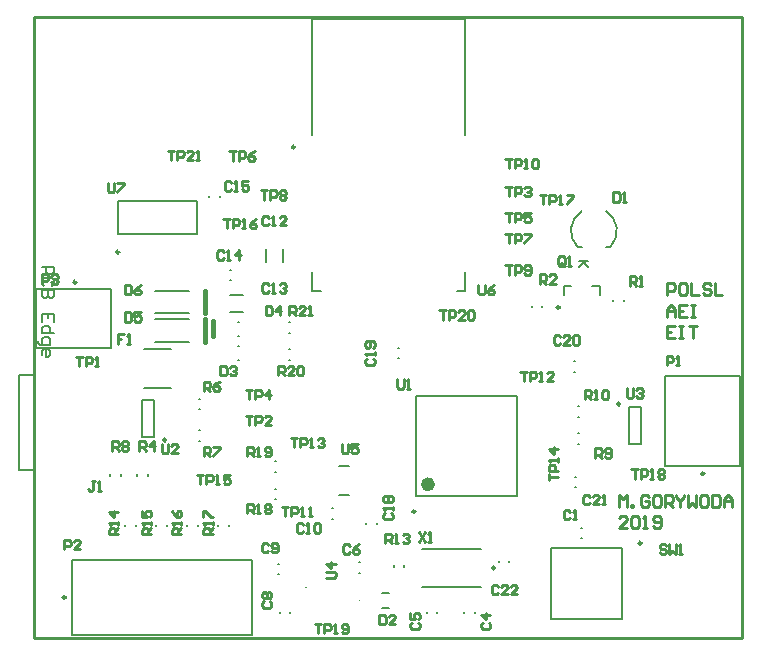
<source format=gto>
G04*
G04 #@! TF.GenerationSoftware,Altium Limited,Altium Designer,19.0.14 (431)*
G04*
G04 Layer_Color=65535*
%FSLAX43Y43*%
%MOMM*%
G71*
G01*
G75*
%ADD10C,0.250*%
%ADD11C,0.100*%
%ADD12C,0.125*%
%ADD13C,0.200*%
%ADD14C,0.600*%
%ADD15C,0.400*%
%ADD16C,0.254*%
%ADD17C,0.152*%
D10*
X22055Y41554D02*
G03*
X22055Y41554I-125J0D01*
G01*
X39001Y5931D02*
G03*
X39001Y5931I-125J0D01*
G01*
X51420Y8020D02*
G03*
X51420Y8020I-125J0D01*
G01*
X49593Y19806D02*
G03*
X49593Y19806I-125J0D01*
G01*
X44480Y27983D02*
G03*
X44480Y27983I-125J0D01*
G01*
X32251Y10706D02*
G03*
X32251Y10706I-125J0D01*
G01*
X7189Y32660D02*
G03*
X7189Y32660I-125J0D01*
G01*
X3554Y30116D02*
G03*
X3554Y30116I-125J0D01*
G01*
X11152Y16757D02*
G03*
X11152Y16757I-125J0D01*
G01*
X56715Y13903D02*
G03*
X56715Y13903I-125J0D01*
G01*
X2650Y3429D02*
G03*
X2650Y3429I-125J0D01*
G01*
D11*
X24596Y12360D02*
G03*
X24596Y12360I-50J0D01*
G01*
X27568Y3175D02*
G03*
X27568Y3175I-50J0D01*
G01*
X15272Y24130D02*
G03*
X15272Y24130I-50J0D01*
G01*
X-53Y12229D02*
Y24229D01*
D12*
X23037Y4298D02*
G03*
X23037Y4298I-62J0D01*
G01*
D13*
X48814Y33163D02*
G03*
X48393Y36135I-1443J1312D01*
G01*
X46349D02*
G03*
X45992Y33096I1022J-1661D01*
G01*
X-1273Y14204D02*
X47D01*
X-1273Y22254D02*
X47D01*
X-1273Y14204D02*
Y22254D01*
X23500Y29394D02*
Y30994D01*
X35770Y29394D02*
X36500D01*
Y30994D01*
X23500Y29394D02*
X24230D01*
X23500Y42594D02*
Y52394D01*
X36500D01*
Y42594D02*
Y52394D01*
X25833Y14585D02*
X26609D01*
X25833Y12085D02*
X26609D01*
X25223Y10091D02*
X25323D01*
X25223Y10991D02*
X25323D01*
X29019Y9602D02*
Y9702D01*
X28119Y9602D02*
Y9702D01*
X32826Y7531D02*
X37826D01*
X32826Y4331D02*
X37826D01*
X30411Y6035D02*
Y6135D01*
X31311Y6035D02*
Y6135D01*
X27509Y6419D02*
X27609D01*
X27509Y5519D02*
X27609D01*
X20651Y6292D02*
X20751D01*
X20651Y5392D02*
X20751D01*
X20759Y2109D02*
Y2209D01*
X21659Y2109D02*
Y2209D01*
X29418Y3800D02*
X30018D01*
X29418Y2550D02*
X30018D01*
X34125Y2109D02*
Y2209D01*
X33225Y2109D02*
Y2209D01*
X37300Y2109D02*
Y2209D01*
X36400Y2109D02*
Y2209D01*
X40201Y6427D02*
Y6527D01*
X39301Y6427D02*
Y6527D01*
X43736Y1572D02*
X49736D01*
X43736D02*
Y7572D01*
X49736D01*
Y1572D02*
Y7572D01*
X46305Y8440D02*
X46405D01*
X46305Y9340D02*
X46405D01*
X45797Y13658D02*
X45897D01*
X45797Y12758D02*
X45897D01*
X46051Y17341D02*
X46151D01*
X46051Y16441D02*
X46151D01*
X46051Y19627D02*
X46151D01*
X46051Y18727D02*
X46151D01*
X51343Y16456D02*
Y19556D01*
X50343Y16456D02*
Y19556D01*
Y16456D02*
X51343D01*
X50343Y19556D02*
X51343D01*
X47255Y29833D02*
X47905D01*
Y29070D02*
Y29833D01*
X44805D02*
X45455D01*
X44805Y29070D02*
Y29833D01*
X49918Y28525D02*
Y28625D01*
X49018Y28525D02*
Y28625D01*
X48387Y33078D02*
X48729D01*
X45992D02*
X46355D01*
X48729D02*
X48814Y33163D01*
X42995Y28017D02*
Y28117D01*
X42095Y28017D02*
Y28117D01*
X9264Y24433D02*
X11564D01*
X9264Y21193D02*
X11564D01*
X40826Y12006D02*
Y20506D01*
X32326Y12006D02*
Y20506D01*
X40826D01*
X32326Y12006D02*
X40826D01*
X30811Y23680D02*
X30911D01*
X30811Y24580D02*
X30911D01*
X17221Y26787D02*
X17323D01*
X17221Y25537D02*
X17323D01*
X17221Y24755D02*
X17323D01*
X17221Y23505D02*
X17323D01*
X21540Y24453D02*
X21640D01*
X21540Y23553D02*
X21640D01*
X21551Y26739D02*
X21651D01*
X21551Y25839D02*
X21651D01*
X16595Y29071D02*
X17695D01*
X16595Y27571D02*
X17695D01*
X16587Y31184D02*
X16687D01*
X16587Y30284D02*
X16687D01*
X21070Y31835D02*
Y32935D01*
X19570Y31835D02*
Y32935D01*
X15690Y37288D02*
Y37388D01*
X14790Y37288D02*
Y37388D01*
X13764Y34160D02*
Y36960D01*
X7064Y34160D02*
Y36960D01*
X13764D01*
X7064Y34160D02*
X13764D01*
X6528Y24586D02*
Y29516D01*
X178D02*
X6528D01*
X178Y24586D02*
Y29516D01*
Y24586D02*
X6528D01*
X10234Y29398D02*
X13134D01*
X10234Y27498D02*
X13134D01*
X10234Y26985D02*
X13134D01*
X10234Y25085D02*
X13134D01*
X20397Y14081D02*
X20497D01*
X20397Y14981D02*
X20497D01*
X20397Y11742D02*
X20497D01*
X20397Y12642D02*
X20497D01*
X13920Y19362D02*
X14020D01*
X13920Y20262D02*
X14020D01*
X13920Y16695D02*
X14020D01*
X13920Y17595D02*
X14020D01*
X9152Y17007D02*
Y20107D01*
X10152Y17007D02*
Y20107D01*
X9152D02*
X10152D01*
X9152Y17007D02*
X10152D01*
X16442Y9475D02*
Y9575D01*
X15542Y9475D02*
Y9575D01*
X13818Y9475D02*
Y9575D01*
X12917Y9475D02*
Y9575D01*
X11193Y9475D02*
Y9575D01*
X10293Y9475D02*
Y9575D01*
X8568Y9475D02*
Y9575D01*
X7668Y9475D02*
Y9575D01*
X8694Y13748D02*
Y13848D01*
X9594Y13748D02*
Y13848D01*
X7308Y13748D02*
Y13848D01*
X6408Y13748D02*
Y13848D01*
X45670Y22537D02*
X45770D01*
X45670Y23437D02*
X45770D01*
X53415Y14553D02*
Y22173D01*
Y14553D02*
X59765D01*
Y22173D01*
X53415D02*
X59765D01*
X3175Y6604D02*
X18415D01*
X3175Y254D02*
X18415D01*
X3175D02*
Y6604D01*
X18415Y254D02*
Y6604D01*
X635Y31437D02*
X1635D01*
Y30937D01*
X1468Y30771D01*
X1135D01*
X968Y30937D01*
Y31437D01*
X1468Y29771D02*
X1635Y29938D01*
Y30271D01*
X1468Y30437D01*
X802D01*
X635Y30271D01*
Y29938D01*
X802Y29771D01*
X1635Y29438D02*
X635D01*
Y28938D01*
X802Y28771D01*
X968D01*
X1135Y28938D01*
Y29438D01*
Y28938D01*
X1301Y28771D01*
X1468D01*
X1635Y28938D01*
Y29438D01*
Y26772D02*
Y27438D01*
X635D01*
Y26772D01*
X1135Y27438D02*
Y27105D01*
X1635Y25772D02*
X635D01*
Y26272D01*
X802Y26439D01*
X1135D01*
X1301Y26272D01*
Y25772D01*
X302Y25106D02*
Y24939D01*
X468Y24773D01*
X1301D01*
Y25272D01*
X1135Y25439D01*
X802D01*
X635Y25272D01*
Y24773D01*
Y23940D02*
Y24273D01*
X802Y24439D01*
X1135D01*
X1301Y24273D01*
Y23940D01*
X1135Y23773D01*
X968D01*
Y24439D01*
D14*
X33626Y13006D02*
G03*
X33626Y13006I-300J0D01*
G01*
D15*
X15113Y25527D02*
Y26797D01*
X14434Y27498D02*
Y29398D01*
Y25085D02*
Y26985D01*
D16*
X49530Y11106D02*
Y12105D01*
X49863Y11772D01*
X50196Y12105D01*
Y11106D01*
X50530D02*
Y11272D01*
X50696D01*
Y11106D01*
X50530D01*
X52029Y11939D02*
X51863Y12105D01*
X51529D01*
X51363Y11939D01*
Y11272D01*
X51529Y11106D01*
X51863D01*
X52029Y11272D01*
Y11605D01*
X51696D01*
X52862Y12105D02*
X52529D01*
X52362Y11939D01*
Y11272D01*
X52529Y11106D01*
X52862D01*
X53029Y11272D01*
Y11939D01*
X52862Y12105D01*
X53362Y11106D02*
Y12105D01*
X53862D01*
X54029Y11939D01*
Y11605D01*
X53862Y11439D01*
X53362D01*
X53695D02*
X54029Y11106D01*
X54362Y12105D02*
Y11939D01*
X54695Y11605D01*
X55028Y11939D01*
Y12105D01*
X54695Y11605D02*
Y11106D01*
X55361Y12105D02*
Y11106D01*
X55695Y11439D01*
X56028Y11106D01*
Y12105D01*
X56861D02*
X56528D01*
X56361Y11939D01*
Y11272D01*
X56528Y11106D01*
X56861D01*
X57028Y11272D01*
Y11939D01*
X56861Y12105D01*
X57361D02*
Y11106D01*
X57861D01*
X58027Y11272D01*
Y11939D01*
X57861Y12105D01*
X57361D01*
X58360Y11106D02*
Y11772D01*
X58694Y12105D01*
X59027Y11772D01*
Y11106D01*
Y11605D01*
X58360D01*
X50196Y9296D02*
X49530D01*
X50196Y9963D01*
Y10129D01*
X50030Y10296D01*
X49697D01*
X49530Y10129D01*
X50530D02*
X50696Y10296D01*
X51030D01*
X51196Y10129D01*
Y9463D01*
X51030Y9296D01*
X50696D01*
X50530Y9463D01*
Y10129D01*
X51529Y9296D02*
X51863D01*
X51696D01*
Y10296D01*
X51529Y10129D01*
X52362Y9463D02*
X52529Y9296D01*
X52862D01*
X53029Y9463D01*
Y10129D01*
X52862Y10296D01*
X52529D01*
X52362Y10129D01*
Y9963D01*
X52529Y9796D01*
X53029D01*
X53594Y29018D02*
Y30018D01*
X54094D01*
X54260Y29851D01*
Y29518D01*
X54094Y29352D01*
X53594D01*
X55094Y30018D02*
X54760D01*
X54594Y29851D01*
Y29185D01*
X54760Y29018D01*
X55094D01*
X55260Y29185D01*
Y29851D01*
X55094Y30018D01*
X55593D02*
Y29018D01*
X56260D01*
X57259Y29851D02*
X57093Y30018D01*
X56760D01*
X56593Y29851D01*
Y29685D01*
X56760Y29518D01*
X57093D01*
X57259Y29352D01*
Y29185D01*
X57093Y29018D01*
X56760D01*
X56593Y29185D01*
X57593Y30018D02*
Y29018D01*
X58259D01*
X53594Y27209D02*
Y27876D01*
X53927Y28209D01*
X54260Y27876D01*
Y27209D01*
Y27709D01*
X53594D01*
X55260Y28209D02*
X54594D01*
Y27209D01*
X55260D01*
X54594Y27709D02*
X54927D01*
X55593Y28209D02*
X55927D01*
X55760D01*
Y27209D01*
X55593D01*
X55927D01*
X54260Y26400D02*
X53594D01*
Y25400D01*
X54260D01*
X53594Y25900D02*
X53927D01*
X54594Y26400D02*
X54927D01*
X54760D01*
Y25400D01*
X54594D01*
X54927D01*
X55427Y26400D02*
X56093D01*
X55760D01*
Y25400D01*
X37592Y29883D02*
Y29216D01*
X37725Y29083D01*
X37992D01*
X38125Y29216D01*
Y29883D01*
X38925D02*
X38658Y29749D01*
X38392Y29483D01*
Y29216D01*
X38525Y29083D01*
X38792D01*
X38925Y29216D01*
Y29350D01*
X38792Y29483D01*
X38392D01*
X20955Y11087D02*
X21488D01*
X21222D01*
Y10287D01*
X21755D02*
Y11087D01*
X22155D01*
X22288Y10953D01*
Y10687D01*
X22155Y10554D01*
X21755D01*
X22554Y10287D02*
X22821D01*
X22688D01*
Y11087D01*
X22554Y10953D01*
X23221Y10287D02*
X23488D01*
X23354D01*
Y11087D01*
X23221Y10953D01*
X21717Y16929D02*
X22250D01*
X21984D01*
Y16129D01*
X22517D02*
Y16929D01*
X22917D01*
X23050Y16795D01*
Y16529D01*
X22917Y16396D01*
X22517D01*
X23316Y16129D02*
X23583D01*
X23450D01*
Y16929D01*
X23316Y16795D01*
X23983D02*
X24116Y16929D01*
X24383D01*
X24516Y16795D01*
Y16662D01*
X24383Y16529D01*
X24250D01*
X24383D01*
X24516Y16396D01*
Y16262D01*
X24383Y16129D01*
X24116D01*
X23983Y16262D01*
X26035Y16421D02*
Y15754D01*
X26168Y15621D01*
X26435D01*
X26568Y15754D01*
Y16421D01*
X27368D02*
X26835D01*
Y16021D01*
X27101Y16154D01*
X27235D01*
X27368Y16021D01*
Y15754D01*
X27235Y15621D01*
X26968D01*
X26835Y15754D01*
X22758Y9556D02*
X22625Y9690D01*
X22358D01*
X22225Y9556D01*
Y9023D01*
X22358Y8890D01*
X22625D01*
X22758Y9023D01*
X23025Y8890D02*
X23291D01*
X23158D01*
Y9690D01*
X23025Y9556D01*
X23691D02*
X23824Y9690D01*
X24091D01*
X24224Y9556D01*
Y9023D01*
X24091Y8890D01*
X23824D01*
X23691Y9023D01*
Y9556D01*
X29687Y10566D02*
X29553Y10433D01*
Y10166D01*
X29687Y10033D01*
X30220D01*
X30353Y10166D01*
Y10433D01*
X30220Y10566D01*
X30353Y10833D02*
Y11099D01*
Y10966D01*
X29553D01*
X29687Y10833D01*
Y11499D02*
X29553Y11632D01*
Y11899D01*
X29687Y12032D01*
X29820D01*
X29953Y11899D01*
X30086Y12032D01*
X30220D01*
X30353Y11899D01*
Y11632D01*
X30220Y11499D01*
X30086D01*
X29953Y11632D01*
X29820Y11499D01*
X29687D01*
X29953Y11632D02*
Y11899D01*
X32529Y8928D02*
X33062Y8128D01*
Y8928D02*
X32529Y8128D01*
X33329D02*
X33595D01*
X33462D01*
Y8928D01*
X33329Y8794D01*
X29718Y8020D02*
Y8820D01*
X30118D01*
X30251Y8686D01*
Y8420D01*
X30118Y8287D01*
X29718D01*
X29985D02*
X30251Y8020D01*
X30518D02*
X30784D01*
X30651D01*
Y8820D01*
X30518Y8686D01*
X31184D02*
X31317Y8820D01*
X31584D01*
X31717Y8686D01*
Y8553D01*
X31584Y8420D01*
X31451D01*
X31584D01*
X31717Y8287D01*
Y8153D01*
X31584Y8020D01*
X31317D01*
X31184Y8153D01*
X26695Y7778D02*
X26562Y7912D01*
X26295D01*
X26162Y7778D01*
Y7245D01*
X26295Y7112D01*
X26562D01*
X26695Y7245D01*
X27495Y7912D02*
X27228Y7778D01*
X26962Y7512D01*
Y7245D01*
X27095Y7112D01*
X27362D01*
X27495Y7245D01*
Y7379D01*
X27362Y7512D01*
X26962D01*
X24727Y5080D02*
X25394D01*
X25527Y5213D01*
Y5480D01*
X25394Y5613D01*
X24727D01*
X25527Y6280D02*
X24727D01*
X25127Y5880D01*
Y6413D01*
X19807Y7905D02*
X19674Y8039D01*
X19407D01*
X19274Y7905D01*
Y7372D01*
X19407Y7239D01*
X19674D01*
X19807Y7372D01*
X20074D02*
X20207Y7239D01*
X20474D01*
X20607Y7372D01*
Y7905D01*
X20474Y8039D01*
X20207D01*
X20074Y7905D01*
Y7772D01*
X20207Y7639D01*
X20607D01*
X19400Y3083D02*
X19266Y2950D01*
Y2683D01*
X19400Y2550D01*
X19933D01*
X20066Y2683D01*
Y2950D01*
X19933Y3083D01*
X19400Y3350D02*
X19266Y3483D01*
Y3750D01*
X19400Y3883D01*
X19533D01*
X19666Y3750D01*
X19799Y3883D01*
X19933D01*
X20066Y3750D01*
Y3483D01*
X19933Y3350D01*
X19799D01*
X19666Y3483D01*
X19533Y3350D01*
X19400D01*
X19666Y3483D02*
Y3750D01*
X29210Y1943D02*
Y1143D01*
X29610D01*
X29743Y1276D01*
Y1809D01*
X29610Y1943D01*
X29210D01*
X30543Y1143D02*
X30010D01*
X30543Y1676D01*
Y1809D01*
X30410Y1943D01*
X30143D01*
X30010Y1809D01*
X31973Y1295D02*
X31839Y1162D01*
Y895D01*
X31973Y762D01*
X32506D01*
X32639Y895D01*
Y1162D01*
X32506Y1295D01*
X31839Y2095D02*
Y1562D01*
X32239D01*
X32106Y1828D01*
Y1962D01*
X32239Y2095D01*
X32506D01*
X32639Y1962D01*
Y1695D01*
X32506Y1562D01*
X37942Y1295D02*
X37808Y1162D01*
Y895D01*
X37942Y762D01*
X38475D01*
X38608Y895D01*
Y1162D01*
X38475Y1295D01*
X38608Y1962D02*
X37808D01*
X38208Y1562D01*
Y2095D01*
X39268Y4349D02*
X39135Y4483D01*
X38868D01*
X38735Y4349D01*
Y3816D01*
X38868Y3683D01*
X39135D01*
X39268Y3816D01*
X40068Y3683D02*
X39535D01*
X40068Y4216D01*
Y4349D01*
X39935Y4483D01*
X39668D01*
X39535Y4349D01*
X40868Y3683D02*
X40334D01*
X40868Y4216D01*
Y4349D01*
X40734Y4483D01*
X40468D01*
X40334Y4349D01*
X53492Y7778D02*
X53359Y7912D01*
X53092D01*
X52959Y7778D01*
Y7645D01*
X53092Y7512D01*
X53359D01*
X53492Y7379D01*
Y7245D01*
X53359Y7112D01*
X53092D01*
X52959Y7245D01*
X53759Y7912D02*
Y7112D01*
X54025Y7379D01*
X54292Y7112D01*
Y7912D01*
X54558Y7112D02*
X54825D01*
X54692D01*
Y7912D01*
X54558Y7778D01*
X50546Y14262D02*
X51079D01*
X50813D01*
Y13462D01*
X51346D02*
Y14262D01*
X51746D01*
X51879Y14128D01*
Y13862D01*
X51746Y13729D01*
X51346D01*
X52145Y13462D02*
X52412D01*
X52279D01*
Y14262D01*
X52145Y14128D01*
X52812D02*
X52945Y14262D01*
X53212D01*
X53345Y14128D01*
Y13995D01*
X53212Y13862D01*
X53345Y13729D01*
Y13595D01*
X53212Y13462D01*
X52945D01*
X52812Y13595D01*
Y13729D01*
X52945Y13862D01*
X52812Y13995D01*
Y14128D01*
X52945Y13862D02*
X53212D01*
X45338Y10699D02*
X45205Y10833D01*
X44938D01*
X44805Y10699D01*
Y10166D01*
X44938Y10033D01*
X45205D01*
X45338Y10166D01*
X45605Y10033D02*
X45871D01*
X45738D01*
Y10833D01*
X45605Y10699D01*
X47015Y11969D02*
X46882Y12103D01*
X46615D01*
X46482Y11969D01*
Y11436D01*
X46615Y11303D01*
X46882D01*
X47015Y11436D01*
X47815Y11303D02*
X47282D01*
X47815Y11836D01*
Y11969D01*
X47682Y12103D01*
X47415D01*
X47282Y11969D01*
X48081Y11303D02*
X48348D01*
X48215D01*
Y12103D01*
X48081Y11969D01*
X43555Y13335D02*
Y13868D01*
Y13602D01*
X44355D01*
Y14135D02*
X43555D01*
Y14535D01*
X43689Y14668D01*
X43955D01*
X44088Y14535D01*
Y14135D01*
X44355Y14934D02*
Y15201D01*
Y15068D01*
X43555D01*
X43689Y14934D01*
X44355Y16001D02*
X43555D01*
X43955Y15601D01*
Y16134D01*
X47498Y15240D02*
Y16040D01*
X47898D01*
X48031Y15906D01*
Y15640D01*
X47898Y15507D01*
X47498D01*
X47765D02*
X48031Y15240D01*
X48298Y15373D02*
X48431Y15240D01*
X48698D01*
X48831Y15373D01*
Y15906D01*
X48698Y16040D01*
X48431D01*
X48298Y15906D01*
Y15773D01*
X48431Y15640D01*
X48831D01*
X46609Y20193D02*
Y20993D01*
X47009D01*
X47142Y20859D01*
Y20593D01*
X47009Y20460D01*
X46609D01*
X46876D02*
X47142Y20193D01*
X47409D02*
X47675D01*
X47542D01*
Y20993D01*
X47409Y20859D01*
X48075D02*
X48208Y20993D01*
X48475D01*
X48608Y20859D01*
Y20326D01*
X48475Y20193D01*
X48208D01*
X48075Y20326D01*
Y20859D01*
X41148Y22554D02*
X41681D01*
X41415D01*
Y21754D01*
X41948D02*
Y22554D01*
X42348D01*
X42481Y22421D01*
Y22154D01*
X42348Y22021D01*
X41948D01*
X42747Y21754D02*
X43014D01*
X42881D01*
Y22554D01*
X42747Y22421D01*
X43947Y21754D02*
X43414D01*
X43947Y22287D01*
Y22421D01*
X43814Y22554D01*
X43547D01*
X43414Y22421D01*
X50165Y21120D02*
Y20453D01*
X50298Y20320D01*
X50565D01*
X50698Y20453D01*
Y21120D01*
X50965Y20986D02*
X51098Y21120D01*
X51365D01*
X51498Y20986D01*
Y20853D01*
X51365Y20720D01*
X51231D01*
X51365D01*
X51498Y20587D01*
Y20453D01*
X51365Y20320D01*
X51098D01*
X50965Y20453D01*
X44888Y31629D02*
Y32162D01*
X44755Y32296D01*
X44488D01*
X44355Y32162D01*
Y31629D01*
X44488Y31496D01*
X44755D01*
X44622Y31763D02*
X44888Y31496D01*
X44755D02*
X44888Y31629D01*
X45155Y31496D02*
X45421D01*
X45288D01*
Y32296D01*
X45155Y32162D01*
X50419Y29833D02*
Y30633D01*
X50819D01*
X50952Y30499D01*
Y30233D01*
X50819Y30100D01*
X50419D01*
X50686D02*
X50952Y29833D01*
X51219D02*
X51485D01*
X51352D01*
Y30633D01*
X51219Y30499D01*
X49022Y37711D02*
Y36911D01*
X49422D01*
X49555Y37044D01*
Y37577D01*
X49422Y37711D01*
X49022D01*
X49822Y36911D02*
X50088D01*
X49955D01*
Y37711D01*
X49822Y37577D01*
X42799Y37503D02*
X43332D01*
X43066D01*
Y36703D01*
X43599D02*
Y37503D01*
X43999D01*
X44132Y37369D01*
Y37103D01*
X43999Y36970D01*
X43599D01*
X44398Y36703D02*
X44665D01*
X44532D01*
Y37503D01*
X44398Y37369D01*
X45065Y37503D02*
X45598D01*
Y37369D01*
X45065Y36836D01*
Y36703D01*
X42799Y29972D02*
Y30772D01*
X43199D01*
X43332Y30638D01*
Y30372D01*
X43199Y30239D01*
X42799D01*
X43066D02*
X43332Y29972D01*
X44132D02*
X43599D01*
X44132Y30505D01*
Y30638D01*
X43999Y30772D01*
X43732D01*
X43599Y30638D01*
X39878Y31534D02*
X40411D01*
X40145D01*
Y30734D01*
X40678D02*
Y31534D01*
X41078D01*
X41211Y31400D01*
Y31134D01*
X41078Y31001D01*
X40678D01*
X41477Y30867D02*
X41611Y30734D01*
X41877D01*
X42011Y30867D01*
Y31400D01*
X41877Y31534D01*
X41611D01*
X41477Y31400D01*
Y31267D01*
X41611Y31134D01*
X42011D01*
X39878Y34201D02*
X40411D01*
X40145D01*
Y33401D01*
X40678D02*
Y34201D01*
X41078D01*
X41211Y34067D01*
Y33801D01*
X41078Y33668D01*
X40678D01*
X41477Y34201D02*
X42011D01*
Y34067D01*
X41477Y33534D01*
Y33401D01*
X39878Y35979D02*
X40411D01*
X40145D01*
Y35179D01*
X40678D02*
Y35979D01*
X41078D01*
X41211Y35845D01*
Y35579D01*
X41078Y35446D01*
X40678D01*
X42011Y35979D02*
X41477D01*
Y35579D01*
X41744Y35712D01*
X41877D01*
X42011Y35579D01*
Y35312D01*
X41877Y35179D01*
X41611D01*
X41477Y35312D01*
X39878Y38188D02*
X40411D01*
X40145D01*
Y37388D01*
X40678D02*
Y38188D01*
X41078D01*
X41211Y38054D01*
Y37788D01*
X41078Y37655D01*
X40678D01*
X41477Y38054D02*
X41611Y38188D01*
X41877D01*
X42011Y38054D01*
Y37921D01*
X41877Y37788D01*
X41744D01*
X41877D01*
X42011Y37655D01*
Y37521D01*
X41877Y37388D01*
X41611D01*
X41477Y37521D01*
X39878Y40551D02*
X40411D01*
X40145D01*
Y39751D01*
X40678D02*
Y40551D01*
X41078D01*
X41211Y40417D01*
Y40151D01*
X41078Y40018D01*
X40678D01*
X41477Y39751D02*
X41744D01*
X41611D01*
Y40551D01*
X41477Y40417D01*
X42144D02*
X42277Y40551D01*
X42544D01*
X42677Y40417D01*
Y39884D01*
X42544Y39751D01*
X42277D01*
X42144Y39884D01*
Y40417D01*
X7597Y25692D02*
X7064D01*
Y25292D01*
X7331D01*
X7064D01*
Y24892D01*
X7864D02*
X8130D01*
X7997D01*
Y25692D01*
X7864Y25558D01*
X34290Y27724D02*
X34823D01*
X34557D01*
Y26924D01*
X35090D02*
Y27724D01*
X35490D01*
X35623Y27590D01*
Y27324D01*
X35490Y27191D01*
X35090D01*
X36423Y26924D02*
X35889D01*
X36423Y27457D01*
Y27590D01*
X36289Y27724D01*
X36023D01*
X35889Y27590D01*
X36689D02*
X36823Y27724D01*
X37089D01*
X37222Y27590D01*
Y27057D01*
X37089Y26924D01*
X36823D01*
X36689Y27057D01*
Y27590D01*
X30734Y21882D02*
Y21215D01*
X30867Y21082D01*
X31134D01*
X31267Y21215D01*
Y21882D01*
X31534Y21082D02*
X31800D01*
X31667D01*
Y21882D01*
X31534Y21748D01*
X28163Y23647D02*
X28029Y23514D01*
Y23247D01*
X28163Y23114D01*
X28696D01*
X28829Y23247D01*
Y23514D01*
X28696Y23647D01*
X28829Y23914D02*
Y24180D01*
Y24047D01*
X28029D01*
X28163Y23914D01*
X28696Y24580D02*
X28829Y24713D01*
Y24980D01*
X28696Y25113D01*
X28163D01*
X28029Y24980D01*
Y24713D01*
X28163Y24580D01*
X28296D01*
X28429Y24713D01*
Y25113D01*
X19570Y28105D02*
Y27305D01*
X19970D01*
X20103Y27438D01*
Y27971D01*
X19970Y28105D01*
X19570D01*
X20770Y27305D02*
Y28105D01*
X20370Y27705D01*
X20903D01*
X15748Y23025D02*
Y22225D01*
X16148D01*
X16281Y22358D01*
Y22891D01*
X16148Y23025D01*
X15748D01*
X16548Y22891D02*
X16681Y23025D01*
X16948D01*
X17081Y22891D01*
Y22758D01*
X16948Y22625D01*
X16814D01*
X16948D01*
X17081Y22492D01*
Y22358D01*
X16948Y22225D01*
X16681D01*
X16548Y22358D01*
X20651Y22225D02*
Y23025D01*
X21051D01*
X21184Y22891D01*
Y22625D01*
X21051Y22492D01*
X20651D01*
X20918D02*
X21184Y22225D01*
X21984D02*
X21451D01*
X21984Y22758D01*
Y22891D01*
X21851Y23025D01*
X21584D01*
X21451Y22891D01*
X22250D02*
X22384Y23025D01*
X22650D01*
X22784Y22891D01*
Y22358D01*
X22650Y22225D01*
X22384D01*
X22250Y22358D01*
Y22891D01*
X21601Y27305D02*
Y28105D01*
X22001D01*
X22134Y27971D01*
Y27705D01*
X22001Y27572D01*
X21601D01*
X21868D02*
X22134Y27305D01*
X22934D02*
X22401D01*
X22934Y27838D01*
Y27971D01*
X22801Y28105D01*
X22534D01*
X22401Y27971D01*
X23200Y27305D02*
X23467D01*
X23334D01*
Y28105D01*
X23200Y27971D01*
X19837Y29876D02*
X19704Y30010D01*
X19437D01*
X19304Y29876D01*
Y29343D01*
X19437Y29210D01*
X19704D01*
X19837Y29343D01*
X20104Y29210D02*
X20370D01*
X20237D01*
Y30010D01*
X20104Y29876D01*
X20770D02*
X20903Y30010D01*
X21170D01*
X21303Y29876D01*
Y29743D01*
X21170Y29610D01*
X21037D01*
X21170D01*
X21303Y29477D01*
Y29343D01*
X21170Y29210D01*
X20903D01*
X20770Y29343D01*
X16027Y32670D02*
X15894Y32804D01*
X15627D01*
X15494Y32670D01*
Y32137D01*
X15627Y32004D01*
X15894D01*
X16027Y32137D01*
X16294Y32004D02*
X16560D01*
X16427D01*
Y32804D01*
X16294Y32670D01*
X17360Y32004D02*
Y32804D01*
X16960Y32404D01*
X17493D01*
X19837Y35591D02*
X19704Y35725D01*
X19437D01*
X19304Y35591D01*
Y35058D01*
X19437Y34925D01*
X19704D01*
X19837Y35058D01*
X20104Y34925D02*
X20370D01*
X20237D01*
Y35725D01*
X20104Y35591D01*
X21303Y34925D02*
X20770D01*
X21303Y35458D01*
Y35591D01*
X21170Y35725D01*
X20903D01*
X20770Y35591D01*
X19177Y37884D02*
X19710D01*
X19444D01*
Y37084D01*
X19977D02*
Y37884D01*
X20377D01*
X20510Y37750D01*
Y37484D01*
X20377Y37351D01*
X19977D01*
X20776Y37750D02*
X20910Y37884D01*
X21176D01*
X21310Y37750D01*
Y37617D01*
X21176Y37484D01*
X21310Y37351D01*
Y37217D01*
X21176Y37084D01*
X20910D01*
X20776Y37217D01*
Y37351D01*
X20910Y37484D01*
X20776Y37617D01*
Y37750D01*
X20910Y37484D02*
X21176D01*
X16510Y41186D02*
X17043D01*
X16777D01*
Y40386D01*
X17310D02*
Y41186D01*
X17710D01*
X17843Y41052D01*
Y40786D01*
X17710Y40653D01*
X17310D01*
X18643Y41186D02*
X18376Y41052D01*
X18109Y40786D01*
Y40519D01*
X18243Y40386D01*
X18509D01*
X18643Y40519D01*
Y40653D01*
X18509Y40786D01*
X18109D01*
X11303Y41262D02*
X11836D01*
X11570D01*
Y40462D01*
X12103D02*
Y41262D01*
X12503D01*
X12636Y41129D01*
Y40862D01*
X12503Y40729D01*
X12103D01*
X13436Y40462D02*
X12902D01*
X13436Y40995D01*
Y41129D01*
X13302Y41262D01*
X13036D01*
X12902Y41129D01*
X13702Y40462D02*
X13969D01*
X13836D01*
Y41262D01*
X13702Y41129D01*
X16002Y35471D02*
X16535D01*
X16269D01*
Y34671D01*
X16802D02*
Y35471D01*
X17202D01*
X17335Y35337D01*
Y35071D01*
X17202Y34938D01*
X16802D01*
X17601Y34671D02*
X17868D01*
X17735D01*
Y35471D01*
X17601Y35337D01*
X18801Y35471D02*
X18535Y35337D01*
X18268Y35071D01*
Y34804D01*
X18401Y34671D01*
X18668D01*
X18801Y34804D01*
Y34938D01*
X18668Y35071D01*
X18268D01*
X16662Y38512D02*
X16529Y38646D01*
X16262D01*
X16129Y38512D01*
Y37979D01*
X16262Y37846D01*
X16529D01*
X16662Y37979D01*
X16929Y37846D02*
X17195D01*
X17062D01*
Y38646D01*
X16929Y38512D01*
X18128Y38646D02*
X17595D01*
Y38246D01*
X17862Y38379D01*
X17995D01*
X18128Y38246D01*
Y37979D01*
X17995Y37846D01*
X17728D01*
X17595Y37979D01*
X6223Y38519D02*
Y37852D01*
X6356Y37719D01*
X6623D01*
X6756Y37852D01*
Y38519D01*
X7023D02*
X7556D01*
Y38385D01*
X7023Y37852D01*
Y37719D01*
X635Y29972D02*
Y30772D01*
X1035D01*
X1168Y30638D01*
Y30372D01*
X1035Y30239D01*
X635D01*
X1435Y30638D02*
X1568Y30772D01*
X1835D01*
X1968Y30638D01*
Y30505D01*
X1835Y30372D01*
X1701D01*
X1835D01*
X1968Y30239D01*
Y30105D01*
X1835Y29972D01*
X1568D01*
X1435Y30105D01*
X7668Y29883D02*
Y29083D01*
X8068D01*
X8201Y29216D01*
Y29749D01*
X8068Y29883D01*
X7668D01*
X9001D02*
X8734Y29749D01*
X8468Y29483D01*
Y29216D01*
X8601Y29083D01*
X8868D01*
X9001Y29216D01*
Y29350D01*
X8868Y29483D01*
X8468D01*
X7668Y27587D02*
Y26787D01*
X8068D01*
X8201Y26920D01*
Y27453D01*
X8068Y27587D01*
X7668D01*
X9001D02*
X8468D01*
Y27187D01*
X8734Y27320D01*
X8868D01*
X9001Y27187D01*
Y26920D01*
X8868Y26787D01*
X8601D01*
X8468Y26920D01*
X5105Y13279D02*
X4839D01*
X4972D01*
Y12612D01*
X4839Y12479D01*
X4705D01*
X4572Y12612D01*
X5372Y12479D02*
X5638D01*
X5505D01*
Y13279D01*
X5372Y13145D01*
X3554Y23787D02*
X4087D01*
X3821D01*
Y22987D01*
X4354D02*
Y23787D01*
X4754D01*
X4887Y23653D01*
Y23387D01*
X4754Y23254D01*
X4354D01*
X5153Y22987D02*
X5420D01*
X5287D01*
Y23787D01*
X5153Y23653D01*
X18034Y15367D02*
Y16167D01*
X18434D01*
X18567Y16033D01*
Y15767D01*
X18434Y15634D01*
X18034D01*
X18301D02*
X18567Y15367D01*
X18834D02*
X19100D01*
X18967D01*
Y16167D01*
X18834Y16033D01*
X19500Y15500D02*
X19633Y15367D01*
X19900D01*
X20033Y15500D01*
Y16033D01*
X19900Y16167D01*
X19633D01*
X19500Y16033D01*
Y15900D01*
X19633Y15767D01*
X20033D01*
X18034Y10541D02*
Y11341D01*
X18434D01*
X18567Y11207D01*
Y10941D01*
X18434Y10808D01*
X18034D01*
X18301D02*
X18567Y10541D01*
X18834D02*
X19100D01*
X18967D01*
Y11341D01*
X18834Y11207D01*
X19500D02*
X19633Y11341D01*
X19900D01*
X20033Y11207D01*
Y11074D01*
X19900Y10941D01*
X20033Y10808D01*
Y10674D01*
X19900Y10541D01*
X19633D01*
X19500Y10674D01*
Y10808D01*
X19633Y10941D01*
X19500Y11074D01*
Y11207D01*
X19633Y10941D02*
X19900D01*
X13764Y13806D02*
X14297D01*
X14031D01*
Y13006D01*
X14564D02*
Y13806D01*
X14964D01*
X15097Y13672D01*
Y13406D01*
X14964Y13273D01*
X14564D01*
X15363Y13006D02*
X15630D01*
X15497D01*
Y13806D01*
X15363Y13672D01*
X16563Y13806D02*
X16030D01*
Y13406D01*
X16297Y13539D01*
X16430D01*
X16563Y13406D01*
Y13139D01*
X16430Y13006D01*
X16163D01*
X16030Y13139D01*
X17907Y20993D02*
X18440D01*
X18174D01*
Y20193D01*
X18707D02*
Y20993D01*
X19107D01*
X19240Y20859D01*
Y20593D01*
X19107Y20460D01*
X18707D01*
X19906Y20193D02*
Y20993D01*
X19506Y20593D01*
X20040D01*
X17907Y18806D02*
X18440D01*
X18174D01*
Y18006D01*
X18707D02*
Y18806D01*
X19107D01*
X19240Y18672D01*
Y18406D01*
X19107Y18273D01*
X18707D01*
X20040Y18006D02*
X19506D01*
X20040Y18539D01*
Y18672D01*
X19906Y18806D01*
X19640D01*
X19506Y18672D01*
X14351Y20903D02*
Y21703D01*
X14751D01*
X14884Y21569D01*
Y21303D01*
X14751Y21170D01*
X14351D01*
X14618D02*
X14884Y20903D01*
X15684Y21703D02*
X15417Y21569D01*
X15151Y21303D01*
Y21036D01*
X15284Y20903D01*
X15551D01*
X15684Y21036D01*
Y21170D01*
X15551Y21303D01*
X15151D01*
X14351Y15367D02*
Y16167D01*
X14751D01*
X14884Y16033D01*
Y15767D01*
X14751Y15634D01*
X14351D01*
X14618D02*
X14884Y15367D01*
X15151Y16167D02*
X15684D01*
Y16033D01*
X15151Y15500D01*
Y15367D01*
X10795Y16421D02*
Y15754D01*
X10928Y15621D01*
X11195D01*
X11328Y15754D01*
Y16421D01*
X12128Y15621D02*
X11595D01*
X12128Y16154D01*
Y16287D01*
X11995Y16421D01*
X11728D01*
X11595Y16287D01*
X15113Y8765D02*
X14313D01*
Y9165D01*
X14447Y9298D01*
X14713D01*
X14846Y9165D01*
Y8765D01*
Y9032D02*
X15113Y9298D01*
Y9565D02*
Y9831D01*
Y9698D01*
X14313D01*
X14447Y9565D01*
X14313Y10231D02*
Y10764D01*
X14447D01*
X14980Y10231D01*
X15113D01*
X12446Y8765D02*
X11646D01*
Y9165D01*
X11780Y9298D01*
X12046D01*
X12179Y9165D01*
Y8765D01*
Y9032D02*
X12446Y9298D01*
Y9565D02*
Y9831D01*
Y9698D01*
X11646D01*
X11780Y9565D01*
X11646Y10764D02*
X11780Y10498D01*
X12046Y10231D01*
X12313D01*
X12446Y10364D01*
Y10631D01*
X12313Y10764D01*
X12179D01*
X12046Y10631D01*
Y10231D01*
X9906Y8765D02*
X9106D01*
Y9165D01*
X9240Y9298D01*
X9506D01*
X9639Y9165D01*
Y8765D01*
Y9032D02*
X9906Y9298D01*
Y9565D02*
Y9831D01*
Y9698D01*
X9106D01*
X9240Y9565D01*
X9106Y10764D02*
Y10231D01*
X9506D01*
X9373Y10498D01*
Y10631D01*
X9506Y10764D01*
X9773D01*
X9906Y10631D01*
Y10364D01*
X9773Y10231D01*
X7112Y8765D02*
X6312D01*
Y9165D01*
X6446Y9298D01*
X6712D01*
X6845Y9165D01*
Y8765D01*
Y9032D02*
X7112Y9298D01*
Y9565D02*
Y9831D01*
Y9698D01*
X6312D01*
X6446Y9565D01*
X7112Y10631D02*
X6312D01*
X6712Y10231D01*
Y10764D01*
X8890Y15856D02*
Y16656D01*
X9290D01*
X9423Y16522D01*
Y16256D01*
X9290Y16123D01*
X8890D01*
X9157D02*
X9423Y15856D01*
X10090D02*
Y16656D01*
X9690Y16256D01*
X10223D01*
X6604Y15856D02*
Y16656D01*
X7004D01*
X7137Y16522D01*
Y16256D01*
X7004Y16123D01*
X6604D01*
X6871D02*
X7137Y15856D01*
X7404Y16522D02*
X7537Y16656D01*
X7804D01*
X7937Y16522D01*
Y16389D01*
X7804Y16256D01*
X7937Y16123D01*
Y15989D01*
X7804Y15856D01*
X7537D01*
X7404Y15989D01*
Y16123D01*
X7537Y16256D01*
X7404Y16389D01*
Y16522D01*
X7537Y16256D02*
X7804D01*
X23749Y1181D02*
X24282D01*
X24016D01*
Y381D01*
X24549D02*
Y1181D01*
X24949D01*
X25082Y1047D01*
Y781D01*
X24949Y648D01*
X24549D01*
X25348Y381D02*
X25615D01*
X25482D01*
Y1181D01*
X25348Y1047D01*
X26015Y514D02*
X26148Y381D01*
X26415D01*
X26548Y514D01*
Y1047D01*
X26415Y1181D01*
X26148D01*
X26015Y1047D01*
Y914D01*
X26148Y781D01*
X26548D01*
X2540Y7493D02*
Y8293D01*
X2940D01*
X3073Y8159D01*
Y7893D01*
X2940Y7760D01*
X2540D01*
X3873Y7493D02*
X3340D01*
X3873Y8026D01*
Y8159D01*
X3740Y8293D01*
X3473D01*
X3340Y8159D01*
X53542Y23063D02*
Y23863D01*
X53942D01*
X54075Y23730D01*
Y23463D01*
X53942Y23330D01*
X53542D01*
X54342Y23063D02*
X54608D01*
X54475D01*
Y23863D01*
X54342Y23730D01*
X44526Y25482D02*
X44393Y25616D01*
X44126D01*
X43993Y25482D01*
Y24949D01*
X44126Y24816D01*
X44393D01*
X44526Y24949D01*
X45326Y24816D02*
X44793D01*
X45326Y25349D01*
Y25482D01*
X45192Y25616D01*
X44926D01*
X44793Y25482D01*
X45592D02*
X45726Y25616D01*
X45992D01*
X46125Y25482D01*
Y24949D01*
X45992Y24816D01*
X45726D01*
X45592Y24949D01*
Y25482D01*
X0Y0D02*
Y52578D01*
Y0D02*
X59944D01*
Y52578D01*
X0D02*
X59944D01*
D17*
X46901Y31935D02*
X46101D01*
X46368D01*
X46901Y31402D01*
X46501Y31801D01*
X46101Y31402D01*
M02*

</source>
